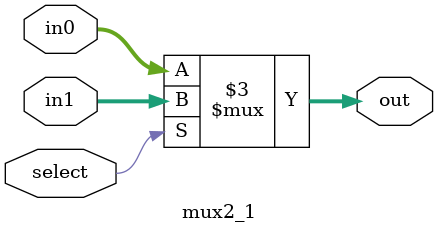
<source format=v>
module mux2_1 (in0,in1,select,out);
input [31:0] in0,in1;
input select;
output [31:0] out;
reg [31:0] out;
always @ (in0 or in1 or select)
begin
//$monitor("Mux2_1: in0: $b ,in1: %b, select:%b,out:%b",in0,in1,select,out);
if (select) out=in1;
else out=in0;
end
endmodule
</source>
